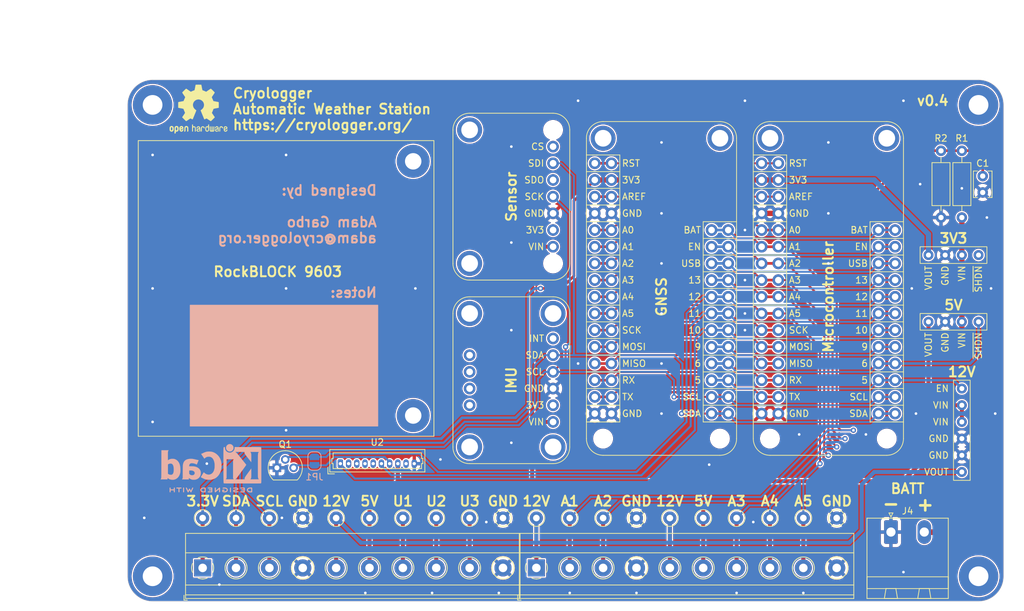
<source format=kicad_pcb>
(kicad_pcb (version 20221018) (generator pcbnew)
  (layers (0 "F.Cu" signal) (31 "B.Cu" signal) (34 "B.Paste" user) (35 "F.Paste" user) (36 "B.SilkS" user "B.Silkscreen") (37 "F.SilkS" user "F.Silkscreen") (38 "B.Mask" user) (39 "F.Mask" user) (44 "Edge.Cuts" user))
  (net 0 "")
  (net 1 "SCL")
  (net 2 "SDA")
  (net 4 "AREF")
  (net 5 "SCK")
  (net 6 "MOSI")
  (net 7 "MISO")
  (net 11 "EN")
  (net 12 "A1")
  (net 13 "USB")
  (net 14 "A0")
  (net 15 "A2")
  (net 16 "A3")
  (net 17 "GND")
  (net 18 "+BATT")
  (net 19 "D6")
  (net 20 "D13")
  (net 21 "D5")
  (net 22 "D12")
  (net 23 "D11")
  (net 24 "D10")
  (net 25 "D9")
  (net 26 "+5V")
  (net 27 "+3V3")
  (net 28 "A4")
  (net 29 "A5")
  (net 30 "U1")
  (net 31 "U2")
  (net 32 "U3")
  (net 33 "+12V")
  (net 38 "~{RESET}")
  (net 39 "RX")
  (net 40 "TX")
  (net 41 "VBAT")
  (net 48 "Net-(JP1-A)")
  (footprint "MountingHole:MountingHole_3mm_Pad" (layer "F.Cu") (at 91.44 60.96)
    (fp_text reference "H2" hide)
    (fp_text value "MountingHole_Pad")
  )
  (footprint "MountingHole:MountingHole_3mm_Pad" (layer "F.Cu") (at 217.17 132.715)
    (fp_text reference "H4" hide)
    (fp_text value "MountingHole_Pad")
  )
  (footprint "MountingHole:MountingHole_3mm_Pad" (layer "F.Cu") (at 217.17 60.96)
    (fp_text reference "H3" hide)
    (fp_text value "MountingHole_Pad")
  )
  (footprint "MountingHole:MountingHole_3mm_Pad" (layer "F.Cu") (at 91.44 132.715)
    (fp_text reference "H1" hide)
    (fp_text value "MountingHole_Pad")
  )
  (footprint "Cryologger:RockBLOCK_9603" (layer "F.Cu") (at 111.76 88.9)
    (fp_text reference "U1" hide)
    (fp_text value "RockBLOCK_Footprint")
  )
  (footprint "Connector_Phoenix_MSTB:PhoenixContact_MSTBA_2,5_2-G-5,08_1x02_P5.08mm_Horizontal" (layer "F.Cu") (at 203.835 125.984)
    (fp_text reference "J4")
    (fp_text value "Screw_Terminal_01x02")
  )
  (footprint "Capacitor_THT:C_Disc_D3.8mm_W2.6mm_P2.50mm" (layer "F.Cu") (at 217.805 71.795 -90)
    (fp_text reference "C1")
    (fp_text value "C")
  )
  (footprint "Resistor_THT:R_Axial_DIN0207_L6.3mm_D2.5mm_P10.16mm_Horizontal" (layer "F.Cu") (at 214.63 78.105 90)
    (fp_text reference "R1")
    (fp_text value "10M")
  )
  (footprint "Cryologger:Pololu_D36V6x" (layer "F.Cu") (at 213.36 95.25)
    (fp_text reference "U6" hide)
    (fp_text value "Pololu_D36V6x")
  )
  (footprint "TerminalBlock_Phoenix:TerminalBlock_Phoenix_MKDS-1,5-10-5.08_1x10_P5.08mm_Horizontal" (layer "F.Cu") (at 149.86 131.445)
    (fp_text reference "J3" hide)
    (fp_text value "Screw_Terminal_01x10")
  )
  (footprint "Cryologger:Adafruit_Feather_Header_Double" (layer "F.Cu") (at 194.31 88.9)
    (fp_text reference "A2" hide)
    (fp_text value "Adafruit_Feather_Generic")
  )
  (footprint "Package_TO_SOT_THT:TO-92" (layer "F.Cu") (at 110.363 116.205)
    (fp_text reference "Q1")
    (fp_text value "Q_NMOS_SGD")
  )
  (footprint "Resistor_THT:R_Axial_DIN0207_L6.3mm_D2.5mm_P10.16mm_Horizontal" (layer "F.Cu") (at 211.455 67.945 -90)
    (fp_text reference "R2")
    (fp_text value "1M")
  )
  (footprint "Symbol:OSHW-Logo2_9.8x8mm_SilkScreen" (layer "F.Cu") (at 98.425 61.595)
    (fp_text reference "REF**" hide)
    (fp_text value "OSHW-Logo2_9.8x8mm_SilkScreen" hide)
  )
  (footprint "Cryologger:Pin_1.0mm_10.0mm_1x20" (layer "F.Cu") (at 147.32 123.825)
    (fp_text reference "J1" hide)
    (fp_text value "Conn_01x20")
  )
  (footprint "Cryologger:Adafruit_BME280" (layer "F.Cu") (at 146.05 74.93)
    (fp_text reference "U3" hide)
    (fp_text value "Adafruit_BME280")
  )
  (footprint "Cryologger:Pololu_U3V40Fx" (layer "F.Cu") (at 214.63 110.49)
    (fp_text reference "U7" hide)
    (fp_text value "Pololu_U3V40Fx")
  )
  (footprint "Connector_Molex:Molex_PicoBlade_53047-1010_1x10_P1.25mm_Vertical" (layer "F.Cu") (at 120.0226 115.57)
    (fp_text reference "U2")
    (fp_text value "~")
  )
  (footprint "Cryologger:Adafruit_LSM303AGR" (layer "F.Cu") (at 146.05 102.87)
    (fp_text reference "U5" hide)
    (fp_text value "Adafruit_LSM303AGR")
  )
  (footprint "Cryologger:Pololu_D36V6x" (layer "F.Cu") (at 213.36 85.09)
    (fp_text reference "U4" hide)
    (fp_text value "Pololu_D36V6x")
  )
  (footprint "Cryologger:Adafruit_Feather_Header_Double" (layer "F.Cu") (at 168.91 88.9)
    (fp_text reference "A1" hide)
    (fp_text value "Adafruit_Feather_M0_Adalogger")
  )
  (footprint "TerminalBlock_Phoenix:TerminalBlock_Phoenix_MKDS-1,5-10-5.08_1x10_P5.08mm_Horizontal" (layer "F.Cu") (at 99.06 131.445)
    (fp_text reference "J2" hide)
    (fp_text value "Screw_Terminal_01x10")
  )
  (footprint "Jumper:SolderJumper-2_P1.3mm_Open_RoundedPad1.0x1.5mm" (layer "B.Cu") (at 116.078 115.174 90)
    (fp_text reference "JP1")
    (fp_text value "SolderJumper_2_Open")
  )
  (footprint "Symbol:KiCad-Logo2_6mm_SilkScreen" (layer "B.Cu") (at 100.33 115.57 180)
    (fp_text reference "REF**" hide)
    (fp_text value "KiCad-Logo2_6mm_SilkScreen" hide)
  )
  (gr_poly (pts (xy 125.73 109.855) (xy 97.155 109.855) (xy 97.155 91.44) (xy 125.73 91.44)) (stroke (width 0.1)) (fill solid) (layer "B.SilkS"))
  (gr_arc (start 220.98 132.715) (mid 219.864077 135.409077) (end 217.17 136.525) (stroke (width 0.05)) (layer "Edge.Cuts"))
  (gr_arc (start 87.63 60.96) (mid 88.745923 58.265923) (end 91.44 57.15) (stroke (width 0.05)) (layer "Edge.Cuts"))
  (gr_line (start 87.63 132.715) (end 87.63 60.96) (stroke (width 0.05)) (layer "Edge.Cuts"))
  (gr_arc (start 91.44 136.525) (mid 88.745923 135.409077) (end 87.63 132.715) (stroke (width 0.05)) (layer "Edge.Cuts"))
  (gr_line (start 220.98 60.96) (end 220.98 132.715) (stroke (width 0.05)) (layer "Edge.Cuts"))
  (gr_arc (start 217.17 57.15) (mid 219.864077 58.265923) (end 220.98 60.96) (stroke (width 0.05)) (layer "Edge.Cuts"))
  (gr_line (start 91.44 136.525) (end 217.17 136.525) (stroke (width 0.05)) (layer "Edge.Cuts"))
  (gr_line (start 91.44 57.15) (end 217.17 57.15) (stroke (width 0.05)) (layer "Edge.Cuts"))
  (gr_text "Designed by:\n\nAdam Garbo\nadam@cryologger.org\n\n\n" (at 125.73 80.01) (layer "B.SilkS") (effects (font (size 1.5 1.5) (thickness 0.3)) (justify left mirror)))
  (gr_text "Notes:" (at 125.73 89.535) (layer "B.SilkS") (effects (font (size 1.5 1.5) (thickness 0.3)) (justify left mirror)))
  (gr_text "IMU" (at 146.05 102.87 90) (layer "F.SilkS") (effects (font (size 1.5 1.5) (thickness 0.3))))
  (gr_text "3V3" (at 213.36 81.28) (layer "F.SilkS") (effects (font (size 1.5 1.5) (thickness 0.3))))
  (gr_text "5V" (at 213.36 91.44) (layer "F.SilkS") (effects (font (size 1.5 1.5) (thickness 0.3))))
  (gr_text "-" (at 203.835 121.92 180) (layer "F.SilkS") (effects (font (size 2 2) (thickness 0.4))))
  (gr_text "+" (at 208.915 121.92 90) (layer "F.SilkS") (effects (font (size 2 2) (thickness 0.4))))
  (gr_text "A2" (at 160.02 121.285) (layer "F.SilkS") (effects (font (size 1.5 1.5) (thickness 0.3))))
  (gr_text "A1" (at 154.94 121.285) (layer "F.SilkS") (effects (font (size 1.5 1.5) (thickness 0.3))))
  (gr_text "RockBLOCK 9603" (at 110.49 86.36) (layer "F.SilkS") (effects (font (size 1.5 1.5) (thickness 0.3))))
  (gr_text "GND" (at 165.1 121.285) (layer "F.SilkS") (effects (font (size 1.5 1.5) (thickness 0.3))))
  (gr_text "GND" (at 144.78 121.285) (layer "F.SilkS") (effects (font (size 1.5 1.5) (thickness 0.3))))
  (gr_text "12V" (at 119.38 121.285) (layer "F.SilkS") (effects (font (size 1.5 1.5) (thickness 0.3))))
  (gr_text "GND" (at 114.3 121.285) (layer "F.SilkS") (effects (font (size 1.5 1.5) (thickness 0.3))))
  (gr_text "U3" (at 139.7 121.285) (layer "F.SilkS") (effects (font (size 1.5 1.5) (thickness 0.3))))
  (gr_text "GND" (at 195.58 121.285) (layer "F.SilkS") (effects (font (size 1.5 1.5) (thickness 0.3))))
  (gr_text "Sensor" (at 146.05 74.93 90) (layer "F.SilkS") (effects (font (size 1.5 1.5) (thickness 0.3))))
  (gr_text "SDA" (at 104.14 121.285) (layer "F.SilkS") (effects (font (size 1.5 1.5) (thickness 0.3))))
  (gr_text "5V" (at 175.26 121.285) (layer "F.SilkS") (effects (font (size 1.5 1.5) (thickness 0.3))))
  (gr_text "A5" (at 190.5 121.285) (layer "F.SilkS") (effects (font (size 1.5 1.5) (thickness 0.3))))
  (gr_text "Microcontroller" (at 194.31 90.17 90) (layer "F.SilkS") (effects (font (size 1.5 1.5) (thickness 0.3))))
  (gr_text "A4" (at 185.42 121.285) (layer "F.SilkS") (effects (font (size 1.5 1.5) (thickness 0.3))))
  (gr_text "v0.4\n" (at 207.645 60.325) (layer "F.SilkS") (effects (font (size 1.5 1.5) (thickness 0.3)) (justify left)))
  (gr_text "U2" (at 134.62 121.285) (layer "F.SilkS") (effects (font (size 1.5 1.5) (thickness 0.3))))
  (gr_text "GNSS" (at 168.91 90.17 90) (layer "F.SilkS") (effects (font (size 1.5 1.5) (thickness 0.3))))
  (gr_text "BATT" (at 206.375 119.38) (layer "F.SilkS") (effects (font (size 1.5 1.5) (thickness 0.3))))
  (gr_text "Cryologger\nAutomatic Weather Station\nhttps://cryologger.org/\n" (at 103.505 61.595) (layer "F.SilkS") (effects (font (size 1.5 1.5) (thickness 0.3)) (justify left)))
  (gr_text "U1" (at 129.54 121.285) (layer "F.SilkS") (effects (font (size 1.5 1.5) (thickness 0.3))))
  (gr_text "12V" (at 170.18 121.285) (layer "F.SilkS") (effects (font (size 1.5 1.5) (thickness 0.3))))
  (gr_text "3.3V" (at 99.06 121.285) (layer "F.SilkS") (effects (font (size 1.5 1.5) (thickness 0.3))))
  (gr_text "5V" (at 124.46 121.285) (layer "F.SilkS") (effects (font (size 1.5 1.5) (thickness 0.3))))
  (gr_text "12V" (at 149.86 121.285) (layer "F.SilkS") (effects (font (size 1.5 1.5) (thickness 0.3))))
  (gr_text "A3" (at 180.34 121.285) (layer "F.SilkS") (effects (font (size 1.5 1.5) (thickness 0.3))))
  (gr_text "SCL\n" (at 109.22 121.285) (layer "F.SilkS") (effects (font (size 1.5 1.5) (thickness 0.3))))
  (gr_text "12V" (at 214.63 101.6) (layer "F.SilkS") (effects (font (size 1.5 1.5) (thickness 0.3))))
  (segment (start 154.305 99.695) (end 152.4 101.6) (width 0.3048) (layer "F.Cu") (net 1))
  (segment (start 109.22 131.421) (end 109.22 123.825) (width 0.6096) (layer "F.Cu") (net 1))
  (segment (start 176.53 105.41) (end 170.815 105.41) (width 0.3048) (layer "F.Cu") (net 1))
  (segment (start 154.305 97.79) (end 154.305 99.695) (width 0.3048) (layer "F.Cu") (net 1))
  (via (at 154.305 97.79) (size 0.8) (drill 0.4) (layers "F.Cu" "B.Cu") (net 1))
  (via (at 170.815 105.41) (size 0.8) (drill 0.4) (layers "F.Cu" "B.Cu") (net 1))
  (segment (start 135.81813 113.03) (end 139.12013 109.728) (width 0.3048) (layer "B.Cu") (net 1))
  (segment (start 170.815 102.87) (end 169.545 101.6) (width 0.3048) (layer "B.Cu") (net 1))
  (segment (start 204.47 105.41) (end 201.93 105.41) (width 0.4064) (layer "B.Cu") (net 1))
  (segment (start 180.34 106.68) (end 179.07 105.41) (width 0.3048) (layer "B.Cu") (net 1))
  (segment (start 139.12013 109.728) (end 147.193 109.728) (width 0.3048) (layer "B.Cu") (net 1))
  (segment (start 169.545 101.6) (end 152.4 101.6) (width 0.3048) (layer "B.Cu") (net 1))
  (segment (start 106.655634 113.03) (end 135.81813 113.03) (width 0.3048) (layer "B.Cu") (net 1))
  (segment (start 109.22 123.849) (end 104.762817 119.391817) (width 0.3048) (layer "B.Cu") (net 1))
  (segment (start 170.815 105.41) (end 170.815 102.87) (width 0.3048) (layer "B.Cu") (net 1))
  (segment (start 147.193 109.728) (end 150.114 106.807) (width 0.3048) (layer "B.Cu") (net 1))
  (segment (start 150.114 106.807) (end 150.114 102.616) (width 0.3048) (layer "B.Cu") (net 1))
  (segment (start 179.07 105.41) (end 176.53 105.41) (width 0.4064) (layer "B.Cu") (net 1))
  (segment (start 104.762817 114.922817) (end 106.655634 113.03) (width 0.3048) (layer "B.Cu") (net 1))
  (segment (start 154.94 77.47) (end 154.94 97.155) (width 0.3048) (layer "B.Cu") (net 1))
  (segment (start 200.66 106.68) (end 180.34 106.68) (width 0.3048) (layer "B.Cu") (net 1))
  (segment (start 154.94 97.155) (end 154.305 97.79) (width 0.3048) (layer "B.Cu") (net 1))
  (segment (start 104.762817 119.391817) (end 104.762817 114.922817) (width 0.3048) (layer "B.Cu") (net 1))
  (segment (start 152.4 74.93) (end 154.94 77.47) (width 0.3048) (layer "B.Cu") (net 1))
  (segment (start 151.13 101.6) (end 152.4 101.6) (width 0.3048) (layer "B.Cu") (net 1))
  (segment (start 150.114 102.616) (end 151.13 101.6) (width 0.3048) (layer "B.Cu") (net 1))
  (segment (start 201.93 105.41) (end 200.66 106.68) (width 0.3048) (layer "B.Cu") (net 1))
  (segment (start 176.53 107.95) (end 171.958 107.95) (width 0.3048) (layer "F.Cu") (net 2))
  (segment (start 104.14 123.825) (end 104.14 131.421) (width 0.6096) (layer "F.Cu") (net 2))
  (via (at 171.958 107.95) (size 0.8) (drill 0.4) (layers "F.Cu" "B.Cu") (net 2))
  (segment (start 149.606 106.449058) (end 149.606 100.584) (width 0.3048) (layer "B.Cu") (net 2))
  (segment (start 172.085 100.33) (end 172.085 107.823) (width 0.3048) (layer "B.Cu") (net 2))
  (segment (start 104.14 123.849) (end 104.14 114.831738) (width 0.3048) (layer "B.Cu") (net 2))
  (segment (start 180.361711 109.241711) (end 179.07 107.95) (width 0.3048) (layer "B.Cu") (net 2))
  (segment (start 149.606 100.584) (end 151.13 99.06) (width 0.3048) (layer "B.Cu") (net 2))
  (segment (start 200.638289 109.241711) (end 180.361711 109.241711) (width 0.3048) (layer "B.Cu") (net 2))
  (segment (start 179.07 107.95) (end 176.53 107.95) (width 0.4064) (layer "B.Cu") (net 2))
  (segment (start 152.4 69.85) (end 153.67 69.85) (width 0.25) (layer "B.Cu") (net 2))
  (segment (start 201.93 107.95) (end 200.638289 109.241711) (width 0.3048) (layer "B.Cu") (net 2))
  (segment (start 152.4 99.06) (end 170.815 99.06) (width 0.3048) (layer "B.Cu") (net 2))
  (segment (start 170.815 99.06) (end 172.085 100.33) (width 0.3048) (layer "B.Cu") (net 2))
  (segment (start 155.575 71.755) (end 155.575 99.06) (width 0.3048) (layer "B.Cu") (net 2))
  (segment (start 135.739914 112.395) (end 138.934916 109.199998) (width 0.3048) (layer "B.Cu") (net 2))
  (segment (start 138.934916 109.199998) (end 146.85506 109.199998) (width 0.3048) (layer "B.Cu") (net 2))
  (segment (start 204.47 107.95) (end 201.93 107.95) (width 0.4064) (layer "B.Cu") (net 2))
  (segment (start 153.67 69.85) (end 155.575 71.755) (width 0.25) (layer "B.Cu") (net 2))
  (segment (start 172.085 107.823) (end 171.958 107.95) (width 0.3048) (layer "B.Cu") (net 2))
  (segment (start 151.13 99.06) (end 152.4 99.06) (width 0.3048) (layer "B.Cu") (net 2))
  (segment (start 104.14 114.831738) (end 106.576738 112.395) (width 0.3048) (layer "B.Cu") (net 2))
  (segment (start 146.85506 109.199998) (end 149.606 106.449058) (width 0.3048) (layer "B.Cu") (net 2))
  (segment (start 106.576738 112.395) (end 135.739914 112.395) (width 0.3048) (layer "B.Cu") (net 2))
  (segment (start 158.75 74.93) (end 161.29 74.93) (width 0.4064) (layer "F.Cu") (net 4))
  (segment (start 184.15 74.93) (end 186.69 74.93) (width 0.3048) (layer "F.Cu") (net 4))
  (segment (start 161.29 74.93) (end 184.15 74.93) (width 0.3048) (layer "F.Cu") (net 4))
  (segment (start 162.56 93.98) (end 182.88 93.98) (width 0.3048) (layer "F.Cu") (net 5))
  (segment (start 158.75 95.25) (end 161.29 95.25) (width 0.4064) (layer "F.Cu") (net 5))
  (segment (start 161.29 95.25) (end 162.56 93.98) (width 0.3048) (layer "F.Cu") (net 5))
  (segment (start 184.15 95.25) (end 186.69 95.25) (width 0.4064) (layer "F.Cu") (net 5))
  (segment (start 182.88 93.98) (end 184.15 95.25) (width 0.3048) (layer "F.Cu") (net 5))
  (segment (start 158.75 97.79) (end 161.29 97.79) (width 0.4064) (layer "F.Cu") (net 6))
  (segment (start 184.15 97.79) (end 186.69 97.79) (width 0.4064) (layer "F.Cu") (net 6))
  (segment (start 161.29 97.79) (end 162.56 96.52) (width 0.3048) (layer "F.Cu") (net 6))
  (segment (start 182.88 96.52) (end 184.15 97.79) (width 0.3048) (layer "F.Cu") (net 6))
  (segment (start 162.56 96.52) (end 182.88 96.52) (width 0.3048) (layer "F.Cu") (net 6))
  (segment (start 162.56 99.06) (end 182.88 99.06) (width 0.3048) (layer "F.Cu") (net 7))
  (segment (start 184.15 100.33) (end 186.69 100.33) (width 0.4064) (layer "F.Cu") (net 7))
  (segment (start 161.29 100.33) (end 162.56 99.06) (width 0.3048) (layer "F.Cu") (net 7))
  (segment (start 158.75 100.33) (end 161.29 100.33) (width 0.4064) (layer "F.Cu") (net 7))
  (segment (start 182.88 99.06) (end 184.15 100.33) (width 0.3048) (layer "F.Cu") (net 7))
  (segment (start 204.47 82.55) (end 201.93 82.55) (width 0.4064) (layer "B.Cu") (net 11))
  (segment (start 180.34 83.82) (end 179.07 82.55) (width 0.3048) (layer "B.Cu") (net 11))
  (segment (start 200.66 83.82) (end 180.34 83.82) (width 0.3048) (layer "B.Cu") (net 11))
  (segment (start 201.93 82.55) (end 200.66 83.82) (width 0.3048) (layer "B.Cu") (net 11))
  (segment (start 179.07 82.55) (end 176.53 82.55) (width 0.4064) (layer "B.Cu") (net 11))
  (segment (start 187.96 82.55) (end 195.58 90.17) (width 0.3048) (layer "F.Cu") (net 12))
  (segment (start 162.56 81.28) (end 182.88 81.28) (width 0.3048) (layer "F.Cu") (net 12))
  (segment (start 186.69 82.55) (end 187.96 82.55) (width 0.3048) (layer "F.Cu") (net 12))
  (segment (start 154.94 131.421) (end 154.94 123.825) (width 0.6096) (layer "F.Cu") (net 12))
  (segment (start 182.88 81.28) (end 184.15 82.55) (width 0.3048) (layer "F.Cu") (net 12))
  (segment (start 161.29 82.55) (end 162.56 81.28) (width 0.3048) (layer "F.Cu") (net 12))
  (segment (start 195.58 109.855) (end 196.215 110.49) (width 0.3048) (layer "F.Cu") (net 12))
  (segment (start 195.58 90.17) (end 195.58 109.855) (width 0.3048) (layer "F.Cu") (net 12))
  (segment (start 184.15 82.55) (end 186.69 82.55) (width 0.4064) (layer "F.Cu") (net 12))
  (segment (start 196.215 110.49) (end 198.12 110.49) (width 0.3048) (layer "F.Cu") (net 12))
  (segment (start 158.75 82.55) (end 161.29 82.55) (width 0.4064) (layer "F.Cu") (net 12))
  (via (at 198.12 110.49) (size 0.8) (drill 0.4) (layers "F.Cu" "B.Cu") (net 12))
  (segment (start 154.94 123.849) (end 158.139 120.65) (width 0.3048) (layer "B.Cu") (net 12))
  (segment (start 158.139 120.65) (end 184.071784 120.65) (width 0.3048) (layer "B.Cu") (net 12))
  (segment (start 194.231784 110.49) (end 184.071784 120.65) (width 0.3048) (layer "B.Cu") (net 12))
  (segment (start 198.12 110.49) (end 194.231784 110.49) (width 0.3048) (layer "B.Cu") (net 12))
  (segment (start 204.47 85.09) (end 201.93 85.09) (width 0.4064) (layer "B.Cu") (net 13))
  (segment (start 180.34 86.36) (end 179.07 85.09) (width 0.3048) (layer "B.Cu") (net 13))
  (segment (start 200.66 86.36) (end 180.34 86.36) (width 0.3048) (layer "B.Cu") (net 13))
  (segment (start 201.93 85.09) (end 200.66 86.36) (width 0.3048) (layer "B.Cu") (net 13))
  (segment (start 179.07 85.09) (end 176.53 85.09) (width 0.4064) (layer "B.Cu") (net 13))
  (segment (start 214.63 67.925) (end 215.88 67.925) (width 0.4064) (layer "F.Cu") (net 14))
  (segment (start 211.455 67.925) (end 214.63 67.925) (width 0.4064) (layer "F.Cu") (net 14))
  (segment (start 184.15 80.01) (end 186.69 80.01) (width 0.4064) (layer "F.Cu") (net 14))
  (segment (start 158.75 80.01) (end 161.29 80.01) (width 0.4064) (layer "F.Cu") (net 14))
  (segment (start 217.805 69.85) (end 217.805 71.775) (width 0.4064) (layer "F.Cu") (net 14))
  (segment (start 186.69 80.01) (end 195.58 80.01) (width 0.4064) (layer "F.Cu") (net 14))
  (segment (start 162.56 78.74) (end 182.88 78.74) (width 0.3048) (layer "F.Cu") (net 14))
  (segment (start 207.645 67.945) (end 207.665 67.925) (width 0.4064) (layer "F.Cu") (net 14))
  (segment (start 161.29 80.01) (end 162.56 78.74) (width 0.3048) (layer "F.Cu") (net 14))
  (segment (start 182.88 78.74) (end 184.15 80.01) (width 0.3048) (layer "F.Cu") (net 14))
  (segment (start 195.58 80.01) (end 207.645 67.945) (width 0.4064) (layer "F.Cu") (net 14))
  (segment (start 207.665 67.925) (end 211.455 67.925) (width 0.4064) (layer "F.Cu") (net 14))
  (segment (start 215.88 67.925) (end 217.805 69.85) (width 0.4064) (layer "F.Cu") (net 14))
  (segment (start 184.15 85.09) (end 186.69 85.09) (width 0.4064) (layer "F.Cu") (net 15))
  (segment (start 196.215 111.76) (end 196.85 111.76) (width 0.3048) (layer "F.Cu") (net 15))
  (segment (start 158.75 85.09) (end 161.29 85.09) (width 0.4064) (layer "F.Cu") (net 15))
  (segment (start 194.945 110.49) (end 196.215 111.76) (width 0.3048) (layer "F.Cu") (net 15))
  (segment (start 186.69 85.09) (end 187.96 85.09) (width 0.3048) (layer "F.Cu") (net 15))
  (segment (start 182.88 83.82) (end 184.15 85.09) (width 0.3048) (layer "F.Cu") (net 15))
  (segment (start 194.945 92.075) (end 194.945 110.49) (width 0.3048) (layer "F.Cu") (net 15))
  (segment (start 162.56 83.82) (end 182.88 83.82) (width 0.3048) (layer "F.Cu") (net 15))
  (segment (start 160.02 123.825) (end 160.02 131.421) (width 0.6096) (layer "F.Cu") (net 15))
  (segment (start 187.96 85.09) (end 194.945 92.075) (width 0.3048) (layer "F.Cu") (net 15))
  (segment (start 161.29 85.09) (end 162.56 83.82) (width 0.3048) (layer "F.Cu") (net 15))
  (via (at 196.85 111.76) (size 0.8) (drill 0.4) (layers "F.Cu" "B.Cu") (net 15))
  (segment (start 162.584 121.285) (end 184.404 121.285) (width 0.3048) (layer "B.Cu") (net 15))
  (segment (start 193.929 111.76) (end 184.404 121.285) (width 0.3048) (layer "B.Cu") (net 15))
  (segment (start 196.85 111.76) (end 193.929 111.76) (width 0.3048) (layer "B.Cu") (net 15))
  (segment (start 160.02 123.849) (end 162.584 121.285) (width 0.3048) (layer "B.Cu") (net 15))
  (segment (start 184.15 87.63) (end 186.69 87.63) (width 0.4064) (layer "F.Cu") (net 16))
  (segment (start 180.34 123.825) (end 180.34 131.421) (width 0.6096) (layer "F.Cu") (net 16))
  (segment (start 158.75 87.63) (end 161.29 87.63) (width 0.4064) (layer "F.Cu") (net 16))
  (segment (start 182.88 86.36) (end 184.15 87.63) (width 0.3048) (layer "F.Cu") (net 16))
  (segment (start 194.31 93.98) (end 194.31 111.76) (width 0.3048) (layer "F.Cu") (net 16))
  (segment (start 187.96 87.63) (end 194.31 93.98) (width 0.3048) (layer "F.Cu") (net 16))
  (segment (start 162.56 86.36) (end 182.88 86.36) (width 0.3048) (layer "F.Cu") (net 16))
  (segment (start 194.31 111.76) (end 195.58 113.03) (width 0.3048) (layer "F.Cu") (net 16))
  (segment (start 161.29 87.63) (end 162.56 86.36) (width 0.3048) (layer "F.Cu") (net 16))
  (segment (start 186.69 87.63) (end 187.96 87.63) (width 0.3048) (layer "F.Cu") (net 16))
  (via (at 195.58 113.03) (size 0.8) (drill 0.4) (layers "F.Cu" "B.Cu") (net 16))
  (segment (start 193.675 113.03) (end 184.785 121.92) (width 0.3048) (layer "B.Cu") (net 16))
  (segment (start 180.34 123.849) (end 182.269 121.92) (width 0.3048) (layer "B.Cu") (net 16))
  (segment (start 182.269 121.92) (end 184.785 121.92) (width 0.3048) (layer "B.Cu") (net 16))
  (segment (start 195.58 113.03) (end 193.675 113.03) (width 0.3048) (layer "B.Cu") (net 16))
  (segment (start 184.15 77.47) (end 186.69 77.47) (width 0.8128) (layer "F.Cu") (net 17))
  (via (at 111.76 68.58) (size 0.8) (drill 0.4) (layers "F.Cu" "B.Cu") (net 17))
  (via (at 181.61 87.63) (size 0.8) (drill 0.4) (layers "F.Cu" "B.Cu") (net 17))
  (via (at 144.145 135.255) (size 0.8) (drill 0.4) (layers "F.Cu" "B.Cu") (net 17))
  (via (at 131.445 88.9) (size 0.8) (drill 0.4) (layers "F.Cu" "B.Cu") (net 17))
  (via (at 146.05 81.915) (size 0.8) (drill 0.4) (layers "F.Cu" "B.Cu") (net 17))
  (via (at 181.61 60.325) (size 0.8) (drill 0.4) (layers "F.Cu" "B.Cu") (net 17))
  (via (at 168.91 77.47) (size 0.8) (drill 0.4) (layers "F.Cu" "B.Cu") (net 17))
  (via (at 111.76 110.49) (size 0.8) (drill 0.4) (layers "F.Cu" "B.Cu") (net 17))
  (via (at 207.01 88.9) (size 0.8) (drill 0.4) (layers "F.Cu" "B.Cu") (net 17))
  (via (at 99.695 115.57) (size 0.8) (drill 0.4) (layers "F.Cu" "B.Cu") (net 17))
  (via (at 168.91 100.33) (size 0.8) (drill 0.4) (layers "F.Cu" "B.Cu") (net 17))
  (via (at 165.1 135.255) (size 0.8) (drill 0.4) (layers "F.Cu" "B.Cu") (net 17))
  (via (at 142.24 124.46) (size 0.8) (drill 0.4) (layers "F.Cu" "B.Cu") (net 17))
  (via (at 200.025 111.125) (size 0.8) (drill 0.4) (layers "F.Cu" "B.Cu") (net 17))
  (via (at 123.825 135.255) (size 0.8) (drill 0.4) (layers "F.Cu" "B.Cu") (net 17))
  (via (at 91.44 68.58) (size 0.8) (drill 0.4) (layers "F.Cu" "B.Cu") (net 17))
  (via (at 208.28 73.025) (size 0.8) (drill 0.4) (layers "F.Cu" "B.Cu") (net 17))
  (via (at 168.91 107.95) (size 0.8) (drill 0.4) (layers "F.Cu" "B.Cu") (net 17))
  (via (at 176.167624 115.725724) (size 0.8) (drill 0.4) (layers "F.Cu" "B.Cu") (net 17))
  (via (at 205.74 132.08) (size 0.8) (drill 0.4) (layers "F.Cu" "B.Cu") (net 17))
  (via (at 189.865 111.125) (size 0.8) (drill 0.4) (layers "F.Cu" "B.Cu") (net 17))
  (via (at 156.21 60.325) (size 0.8) (drill 0.4) (layers "F.Cu" "B.Cu") (net 17))
  (via (at 218.44 78.105) (size 0.8) (drill 0.4) (layers "F.Cu" "B.Cu") (net 17))
  (via (at 168.91 92.71) (size 0.8) (drill 0.4) (layers "F.Cu" "B.Cu") (net 17))
  (via (at 135.255 114.935) (size 0.8) (drill 0.4) (layers "F.Cu" "B.Cu") (net 17))
  (via (at 219.075 88.9) (size 0.8) (drill 0.4) (layers "F.Cu" "B.Cu") (net 17))
  (via (at 181.61 92.71) (size 0.8) (drill 0.4) (layers "F.Cu" "B.Cu") (net 17))
  (via (at 190.5 135.255) (size 0.8) (drill 0.4) (layers "F.Cu" "B.Cu") (net 17))
  (via (at 194.31 85.09) (size 0.8) (drill 0.4) (layers "F.Cu" "B.Cu") (net 17))
  (via (at 133.985 135.255) (size 0.8) (drill 0.4) (layers "F.Cu" "B.Cu") (net 17))
  (via (at 181.61 80.01) (size 0.8) (drill 0.4) (layers "F.Cu" "B.Cu") (net 17))
  (via (at 214.63 73.66) (size 0.8) (drill 0.4) (layers "F.Cu" "B.Cu") (net 17))
  (via (at 156.21 100.33) (size 0.8) (drill 0.4) (layers "F.Cu" "B.Cu") (net 17))
  (via (at 90.17 123.825) (size 0.8) (drill 0.4) (layers "F.Cu" "B.Cu") (net 17))
  (via (at 219.71 107.95) (size 0.8) (drill 0.4) (layers "F.Cu" "B.Cu") (net 17))
  (via (at 205.74 60.325) (size 0.8) (drill 0.4) (layers "F.Cu" "B.Cu") (net 17))
  (via (at 101.6 133.985) (size 0.8) (drill 0.4) (layers "F.Cu" "B.Cu") (net 17))
  (via (at 207.645 107.95) (size 0.8) (drill 0.4) (layers "F.Cu" "B.Cu") (net 17))
  (via (at 91.44 88.9) (size 0.8) (drill 0.4) (layers "F.Cu" "B.Cu") (net 17))
  (via (at 180.34 135.255) (size 0.8) (drill 0.4) (layers "F.Cu" "B.Cu") (net 17))
  (via (at 111.125 123.825) (size 0.8) (drill 0.4) (layers "F.Cu" "B.Cu") (net 17))
  (via (at 168.91 85.09) (size 0.8) (drill 0.4) (layers "F.Cu" "B.Cu") (net 17))
  (via (at 182.88 124.46) (size 0.8) (drill 0.4) (layers "F.Cu" "B.Cu") (net 17))
  (via (at 111.76 88.9) (size 0.8) (drill 0.4) (layers "F.Cu" "B.Cu") (net 17))
  (via (at 181.61 95.25) (size 0.8) (drill 0.4) (layers "F.Cu" "B.Cu") (net 17))
  (via (at 194.31 66.675) (size 0.8) (drill 0.4) (layers "F.Cu" "B.Cu") (net 17))
  (via (at 146.05 112.395) (size 0.8) (drill 0.4) (layers "F.Cu" "B.Cu") (net 17))
  (via (at 146.05 95.25) (size 0.8) (drill 0.4) (layers "F.Cu" "B.Cu") (net 17))
  (via (at 194.31 77.47) (size 0.8) (drill 0.4) (layers "F.Cu" "B.Cu") (net 17))
  (via (at 154.94 135.255) (size 0.8) (drill 0.4) (layers "F.Cu" "B.Cu") (net 17))
  (via (at 91.44 109.22) (size 0.8) (drill 0.4) (layers "F.Cu" "B.Cu") (net 17))
  (via (at 146.05 67.31) (size 0.8) (drill 0.4) (layers "F.Cu" "B.Cu") (net 17))
  (via (at 154.94 121.92) (size 0.8) (drill 0.4) (layers "F.Cu" "B.Cu") (net 17))
  (via (at 168.91 66.675) (size 0.8) (drill 0.4) (layers "F.Cu" "B.Cu") (net 17))
  (segment (start 214.63 96.52) (end 218.44 100.33) (width 0.8128) (layer "F.Cu") (net 18))
  (segment (start 214.63 83.82) (end 214.63 93.98) (width 0.8128) (layer "F.Cu") (net 18))
  (segment (start 214.6625 124.4925) (end 218.44 120.715) (width 0.8128) (layer "F.Cu") (net 18))
  (segment (start 214.6625 124.4925) (end 213.171 125.984) (width 0.8128) (layer "F.Cu") (net 18))
  (segment (start 213.171 125.984) (end 208.915 125.984) (width 0.8128) (layer "F.Cu") (net 18))
  (segment (start 214.63 93.98) (end 214.63 96.52) (width 0.8128) (layer "F.Cu") (net 18))
  (segment (start 218.44 100.33) (end 218.44 120.715) (width 0.8128) (layer "F.Cu") (net 18))
  (segment (start 213.1385 126.0165) (end 208.915 126.0165) (width 0.8128) (layer "F.Cu") (net 18))
  (segment (start 213.1385 126.0165) (end 214.6625 124.4925) (width 0.8128) (layer "F.Cu") (net 18))
  (segment (start 214.63 83.82) (end 214.63 78.085) (width 0.8128) (layer "F.Cu") (net 18))
  (segment (start 200.66 101.6) (end 180.34 101.6) (width 0.3048) (layer "B.Cu") (net 19))
  (segment (start 179.07 100.33) (end 176.53 100.33) (width 0.4064) (layer "B.Cu") (net 19))
  (segment (start 204.47 100.33) (end 215.9 100.33) (width 0.4064) (layer "B.Cu") (net 19))
  (segment (start 217.17 99.06) (end 217.17 93.98) (width 0.4064) (layer "B.Cu") (net 19))
  (segment (start 215.9 100.33) (end 217.17 99.06) (width 0.4064) (layer "B.Cu") (net 19))
  (segment (start 201.93 100.33) (end 200.66 101.6) (width 0.3048) (layer "B.Cu") (net 19))
  (segment (start 180.34 101.6) (end 179.07 100.33) (width 0.3048) (layer "B.Cu") (net 19))
  (segment (start 204.47 100.33) (end 201.93 100.33) (width 0.4064) (layer "B.Cu") (net 19))
  (segment (start 204.47 87.63) (end 201.93 87.63) (width 0.4064) (layer "B.Cu") (net 20))
  (segment (start 180.34 88.9) (end 179.07 87.63) (width 0.3048) (layer "B.Cu") (net 20))
  (segment (start 200.66 88.9) (end 180.34 88.9) (width 0.3048) (layer "B.Cu") (net 20))
  (segment (start 201.93 87.63) (end 200.66 88.9) (width 0.3048) (layer "B.Cu") (net 20))
  (segment (start 179.07 87.63) (end 176.53 87.63) (width 0.4064) (layer "B.Cu") (net 20))
  (segment (start 213.36 102.87) (end 204.47 102.87) (width 0.4064) (layer "B.Cu") (net 21))
  (segment (start 201.93 102.87) (end 200.66 104.14) (width 0.3048) (layer "B.Cu") (net 21))
  (segment (start 204.47 102.87) (end 201.93 102.87) (width 0.4064) (layer "B.Cu") (net 21))
  (segment (start 180.34 104.14) (end 179.07 102.87) (width 0.3048) (layer "B.Cu") (net 21))
  (segment (start 179.07 102.87) (end 176.53 102.87) (width 0.4064) (layer "B.Cu") (net 21))
  (segment (start 213.36 102.87) (end 214.63 104.14) (width 0.4064) (layer "B.Cu") (net 21))
  (segment (start 200.66 104.14) (end 180.34 104.14) (width 0.3048) (layer "B.Cu") (net 21))
  (segment (start 175.26 90.17) (end 176.53 90.17) (width 0.3048) (layer "B.Cu") (net 22))
  (segment (start 165.1 116.84) (end 172.72 109.22) (width 0.3048) (layer "B.Cu") (net 22))
  (segment (start 179.07 90.17) (end 176.53 90.17) (width 0.4064) (layer "B.Cu") (net 22))
  (segment (start 117.8728 114.554) (end 118.364 114.0628) (width 0.3048) (layer "B.Cu") (net 22))
  (segment (start 172.72 92.71) (end 175.26 90.17) (width 0.3048) (layer "B.Cu") (net 22))
  (segment (start 116.048 114.554) (end 112.014 114.554) (width 0.3048) (layer "B.Cu") (net 22))
  (segment (start 201.93 90.17) (end 200.66 91.44) (width 0.3048) (layer "B.Cu") (net 22))
  (segment (start 204.47 90.17) (end 201.93 90.17) (width 0.4064) (layer "B.Cu") (net 22))
  (segment (start 132.0968 114.0628) (end 134.874 116.84) (width 0.3048) (layer "B.Cu") (net 22))
  (segment (start 172.72 109.22) (end 172.72 92.71) (width 0.3048) (layer "B.Cu") (net 22))
  (segment (start 180.34 91.44) (end 179.07 90.17) (width 0.3048) (layer "B.Cu") (net 22))
  (segment (start 200.66 91.44) (end 180.34 91.44) (width 0.3048) (layer "B.Cu") (net 22))
  (segment (start 116.108 114.554) (end 117.8728 114.554) (width 0.3048) (layer "B.Cu") (net 22))
  (segment (start 112.014 114.554) (end 111.633 114.935) (width 0.3048) (layer "B.Cu") (net 22))
  (segment (start 118.364 114.0628) (end 132.0968 114.0628) (width 0.3048) (layer "B.Cu") (net 22))
  (segment (start 134.874 116.84) (end 165.1 116.84) (width 0.3048) (layer "B.Cu") (net 22))
  (segment (start 204.47 92.71) (end 201.93 92.71) (width 0.4064) (layer "B.Cu") (net 23))
  (segment (start 173.355 109.855) (end 173.355 94.615) (width 0.3048) (layer "B.Cu") (net 23))
  (segment (start 126.265 115.82) (end 127.78932 117.34432) (width 0.3048) (layer "B.Cu") (net 23))
  (segment (start 200.66 93.98) (end 201.93 92.71) (width 0.3048) (layer "B.Cu") (net 23))
  (segment (start 127.78932 117.34432) (end 165.86568 117.34432) (width 0.3048) (layer "B.Cu") (net 23))
  (segment (start 180.34 93.98) (end 200.66 93.98) (width 0.3048) (layer "B.Cu") (net 23))
  (segment (start 179.07 92.71) (end 180.34 93.98) (width 0.3048) (layer "B.Cu") (net 23))
  (segment (start 179.07 92.71) (end 176.53 92.71) (width 0.4064) (layer "B.Cu") (net 23))
  (segment (start 175.26 92.71) (end 176.53 92.71) (width 0.3048) (layer "B.Cu") (net 23))
  (segment (start 173.355 94.615) (end 175.26 92.71) (width 0.3048) (layer "B.Cu") (net 23))
  (segment (start 165.86568 117.34432) (end 173.355 109.855) (width 0.3048) (layer "B.Cu") (net 23))
  (segment (start 200.66 96.52) (end 180.34 96.52) (width 0.3048) (layer "B.Cu") (net 24))
  (segment (start 120.015 115.633375) (end 122.230265 117.84864) (width 0.3048) (layer "B.Cu") (net 24))
  (segment (start 180.34 96.52) (end 179.07 95.25) (width 0.3048) (layer "B.Cu") (net 24))
  (segment (start 204.47 95.25) (end 201.93 95.25) (width 0.4064) (layer "B.Cu") (net 24))
  (segment (start 166.63136 117.84864) (end 173.99 110.49) (width 0.3048) (layer "B.Cu") (net 24))
  (segment (start 173.99 96.52) (end 175.26 95.25) (width 0.3048) (layer "B.Cu") (net 24))
  (segment (start 179.07 95.25) (end 176.53 95.25) (width 0.4064) (layer "B.Cu") (net 24))
  (segment (start 201.93 95.25) (end 200.66 96.52) (width 0.3048) (layer "B.Cu") (net 24))
  (segment (start 175.26 95.25) (end 176.53 95.25) (width 0.3048) (layer "B.Cu") (net 24))
  (segment (start 122.230265 117.84864) (end 166.63136 117.84864) (width 0.3048) (layer "B.Cu") (net 24))
  (segment (start 173.99 110.49) (end 173.99 96.52) (width 0.3048) (layer "B.Cu") (net 24))
  (segment (start 179.07 97.79) (end 176.53 97.79) (width 0.4064) (layer "B.Cu") (net 25))
  (segment (start 200.66 99.06) (end 180.34 99.06) (width 0.3048) (layer "B.Cu") (net 25))
  (segment (start 201.93 97.79) (end 200.66 99.06) (width 0.3048) (layer "B.Cu") (net 25))
  (segment (start 180.34 99.06) (end 179.07 97.79) (width 0.3048) (layer "B.Cu") (net 25))
  (segment (start 204.47 97.79) (end 201.93 97.79) (width 0.4064) (layer "B.Cu") (net 25))
  (segment (start 149.085 118.25) (end 175.12 118.25) (width 0.6096) (layer "F.Cu") (net 26))
  (segment (start 175.26 123.849) (end 175.26 118.39) (width 0.6096) (layer "F.Cu") (net 26))
  (segment (start 175.26 131.421) (end 175.26 123.825) (width 0.6096) (layer "F.Cu") (net 26))
  (segment (start 124.46 122.555) (end 128.765 118.25) (width 0.6096) (layer "F.Cu") (net 26))
  (segment (start 209.55 106.68) (end 214.63 106.68) (width 0.6096) (layer "F.Cu") (net 26))
  (segment (start 149.225 109.22) (end 149.225 84.467765) (width 0.6096) (layer "F.Cu") (net 26))
  (segment (start 128.7726 118.2424) (end 128.7726 115.57) (width 0.6096) (layer "F.Cu") (net 26))
  (segment (start 128.765 118.25) (end 128.765 115.57) (width 0.6096) (layer "F.Cu") (net 26))
  (segment (start 209.55 114.3) (end 209.55 93.98) (width 0.6096) (layer "F.Cu") (net 26))
  (segment (start 128.765 118.25) (end 128.7726 118.2424) (width 0.6096) (layer "F.Cu") (net 26))
  (segment (start 175.12 118.25) (end 205.6 118.25) (width 0.6096) (layer "F.Cu") (net 26))
  (segment (start 149.225 109.22) (end 149.225 118.11) (width 0.6096) (layer "F.Cu") (net 26))
  (segment (start 151.142765 82.55) (end 152.4 82.55) (width 0.6096) (layer "F.Cu") (net 26))
  (segment (start 209.55 114.3) (end 205.6 118.25) (width 0.6096) (layer "F.Cu") (net 26))
  (segment (start 149.225 118.11) (end 149.085 118.25) (width 0.6096) (layer "F.Cu") (net 26))
  (segment (start 149.225 109.22) (end 152.4 109.22) (width 0.6096) (layer "F.Cu") (net 26))
  (segment (start 124.46 131.421) (end 124.46 123.825) (width 0.6096) (layer "F.Cu") (net 26))
  (segment (start 175.26 118.39) (end 175.12 118.25) (width 0.6096) (layer "F.Cu") (net 26))
  (segment (start 124.46 123.849) (end 124.46 122.555) (width 0.6096) (layer "F.Cu") (net 26))
  (segment (start 214.63 106.68) (end 214.63 109.22) (width 0.6096) (layer "F.Cu") (net 26))
  (segment (start 128.765 118.25) (end 149.085 118.25) (width 0.6096) (layer "F.Cu") (net 26))
  (segment (start 149.225 84.467765) (end 151.142765 82.55) (width 0.6096) (layer "F.Cu") (net 26))
  (segment (start 161.29 72.39) (end 158.75 72.39) (width 0.8128) (layer "F.Cu") (net 27))
  (segment (start 155.575 86.995) (end 153.67 88.9) (width 0.4064) (layer "F.Cu") (net 27))
  (segment (start 158.75 72.39) (end 155.575 75.565) (width 0.4064) (layer "F.Cu") (net 27))
  (segment (start 184.15 72.39) (end 186.69 72.39) (width 0.8128) (layer "F.Cu") (net 27))
  (segment (start 184.15 72.39) (end 161.29 72.39) (width 0.8128) (layer "F.Cu") (net 27))
  (segment (start 153.67 88.9) (end 150.495 88.9) (width 0.4064) (layer "F.Cu") (net 27))
  (segment (start 99.06 131.421) (end 99.06 123.825) (width 0.6096) (layer "F.Cu") (net 27))
  (segment (start 155.575 75.565) (end 155.575 86.995) (width 0.4064) (layer "F.Cu") (net 27))
  (via (at 150.495 88.9) (size 0.8) (drill 0.4) (layers "F.Cu" "B.Cu") (net 27))
  (segment (start 148.59 106.68) (end 148.59 89.916) (width 0.4064) (layer "B.Cu") (net 27))
  (segment (start 135.382 111.76) (end 138.557 108.585) (width 0.4064) (layer "B.Cu") (net 27))
  (segment (start 148.59 89.916) (end 149.606 88.9) (width 0.4064) (layer "B.Cu") (net 27))
  (segment (start 106.426 111.76) (end 135.382 111.76) (width 0.4064) (layer "B.Cu") (net 27))
  (segment (start 149.606 88.9) (end 150.495 88.9) (width 0.4064) (layer "B.Cu") (net 27))
  (segment (start 209.55 80.645) (end 201.295 72.39) (width 0.8128) (layer "B.Cu") (net 27))
  (segment (start 209.55 83.82) (end 209.55 80.645) (width 0.8128) (layer "B.Cu") (net 27))
  (segment (start 138.557 108.585) (end 146.685 108.585) (width 0.4064) (layer "B.Cu") (net 27))
  (segment (start 99.06 123.849) (end 99.06 119.126) (width 0.4064) (layer "B.Cu") (net 27))
  (segment (start 146.685 108.585) (end 148.59 106.68) (width 0.4064) (layer "B.Cu") (net 27))
  (segment (start 99.06 119.126) (end 106.426 111.76) (width 0.4064) (layer "B.Cu") (net 27))
  (segment (start 186.69 72.39) (end 201.295 72.39) (width 0.8128) (layer "B.Cu") (net 27))
  (segment (start 162.56 88.9) (end 182.88 88.9) (width 0.3048) (layer "F.Cu") (net 28))
  (segment (start 184.15 90.17) (end 186.69 90.17) (width 0.4064) (layer "F.Cu") (net 28))
  (segment (start 161.29 90.17) (end 162.56 88.9) (width 0.3048) (layer "F.Cu") (net 28))
  (segment (start 187.96 90.17) (end 193.675 95.885) (width 0.3048) (layer "F.Cu") (net 28))
  (segment (start 186.69 90.17) (end 187.96 90.17) (width 0.3048) (layer "F.Cu") (net 28))
  (segment (start 193.675 95.885) (end 193.675 113.665) (width 0.3048) (layer "F.Cu") (net 28))
  (segment (start 193.675 113.665) (end 194.31 114.3) (width 0.3048) (layer "F.Cu") (net 28))
  (segment (start 182.88 88.9) (end 184.15 90.17) (width 0.3048) (layer "F.Cu") (net 28))
  (segment (start 185.42 131.421) (end 185.42 123.825) (width 0.6096) (layer "F.Cu") (net 28))
  (segment (start 158.75 90.17) (end 161.29 90.17) (width 0.4064) (layer "F.Cu") (net 28))
  (via (at 194.31 114.3) (size 0.8) (drill 0.4) (layers "F.Cu" "B.Cu") (net 28))
  (segment (start 185.42 124.484) (end 185.42 122.126636) (width 0.3048) (layer "B.Cu") (net 28))
  (segment (start 193.246636 114.3) (end 194.31 114.3) (width 0.3048) (layer "B.Cu") (net 28))
  (segment (start 185.42 122.126636) (end 193.246636 114.3) (width 0.3048) (layer "B.Cu") (net 28))
  (segment (start 161.29 92.71) (end 162.56 91.44) (width 0.3048) (layer "F.Cu") (net 29))
  (segment (start 158.75 92.71) (end 161.29 92.71) (width 0.4064) (layer "F.Cu") (net 29))
  (segment (start 184.15 92.71) (end 186.69 92.71) (width 0.4064) (layer "F.Cu") (net 29))
  (segment (start 193.04 97.79) (end 193.04 115.57) (width 0.3048) (layer "F.Cu") (net 29))
  (segment (start 187.96 92.71) (end 193.04 97.79) (width 0.3048) (layer "F.Cu") (net 29))
  (segment (start 186.69 92.71) (end 187.96 92.71) (width 0.3048) (layer "F.Cu") (net 29))
  (segment (start 182.88 91.44) (end 184.15 92.71) (width 0.3048) (layer "F.Cu") (net 29))
  (segment (start 162.56 91.44) (end 182.88 91.44) (width 0.3048) (layer "F.Cu") (net 29))
  (segment (start 190.5 131.421) (end 190.5 123.825) (width 0.6096) (layer "F.Cu") (net 29))
  (via (at 193.04 115.57) (size 0.8) (drill 0.4) (layers "F.Cu" "B.Cu") (net 29))
  (segment (start 190.5 118.11) (end 190.5 124.484) (width 0.3048) (layer "B.Cu") (net 29))
  (segment (start 193.04 115.57) (end 190.5 118.11) (width 0.3048) (layer "B.Cu") (net 29))
  (segment (start 129.54 123.825) (end 129.54 131.421) (width 0.6096) (layer "F.Cu") (net 30))
  (segment (start 134.62 131.421) (end 134.62 123.825) (width 0.6096) (layer "F.Cu") (net 31))
  (segment (start 139.7 131.421) (end 139.7 123.825) (width 0.6096) (layer "F.Cu") (net 32))
  (segment (start 149.86 123.825) (end 149.86 131.421) (width 0.6096) (layer "F.Cu") (net 33))
  (segment (start 119.38 123.825) (end 119.38 131.421) (width 0.6096) (layer "F.Cu") (net 33))
  (segment (start 170.18 124.484) (end 170.18 132.08) (width 0.6096) (layer "F.Cu") (net 33))
  (segment (start 149.86 127.611) (end 123.166 127.611) (width 0.6096) (layer "B.Cu") (net 33))
  (segment (start 197.485 127.611) (end 170.18 127.611) (width 0.6096) (layer "B.Cu") (net 33))
  (segment (start 123.166 127.611) (end 119.38 123.825) (width 0.6096) (layer "B.Cu") (net 33))
  (segment (start 199.39 118.745) (end 199.39 125.706) (width 0.6096) (layer "B.Cu") (net 33))
  (segment (start 170.18 127.611) (end 149.86 127.611) (width 0.6096) (layer "B.Cu") (net 33))
  (segment (start 201.295 116.84) (end 214.63 116.84) (width 0.6096) (layer "B.Cu") (net 33))
  (segment (start 149.86 123.825) (end 149.86 127.611) (width 0.6096) (layer "B.Cu") (net 33))
  (segment (start 197.485 127.611) (end 199.39 125.706) (width 0.6096) (layer "B.Cu") (net 33))
  (segment (start 201.295 116.84) (end 199.39 118.745) (width 0.6096) (layer "B.Cu") (net 33))
  (segment (start 170.18 123.825) (end 170.18 127.611) (width 0.6096) (layer "B.Cu") (net 33))
  (segment (start 161.29 69.85) (end 184.15 69.85) (width 0.3048) (layer "F.Cu") (net 38))
  (segment (start 184.15 69.85) (end 186.69 69.85) (width 0.3048) (layer "F.Cu") (net 38))
  (segment (start 158.75 69.85) (end 161.29 69.85) (width 0.4064) (layer "F.Cu") (net 38))
  (segment (start 162.531401 101.628599) (end 161.29 102.87) (width 0.3048) (layer "F.Cu") (net 39))
  (segment (start 184.15 102.87) (end 182.908599 101.628599) (width 0.3048) (layer "F.Cu") (net 39))
  (segment (start 182.908599 101.628599) (end 162.531401 101.628599) (width 0.3048) (layer "F.Cu") (net 39))
  (segment (start 186.69 102.87) (end 184.15 102.87) (width 0.4064) (layer "F.Cu") (net 39))
  (segment (start 161.29 102.87) (end 158.75 102.87) (width 0.4064) (layer "F.Cu") (net 39))
  (segment (start 182.908599 104.168599) (end 162.531401 104.168599) (width 0.3048) (layer "F.Cu") (net 40))
  (segment (start 162.531401 104.168599) (end 161.29 105.41) (width 0.3048) (layer "F.Cu") (net 40))
  (segment (start 161.29 105.41) (end 158.75 105.41) (width 0.4064) (layer "F.Cu") (net 40))
  (segment (start 186.69 105.41) (end 184.15 105.41) (width 0.4064) (layer "F.Cu") (net 40))
  (segment (start 184.15 105.41) (end 182.908599 104.168599) (width 0.3048) (layer "F.Cu") (net 40))
  (segment (start 201.93 80.01) (end 200.66 81.28) (width 0.3048) (layer "B.Cu") (net 41))
  (segment (start 180.34 81.28) (end 179.07 80.01) (width 0.3048) (layer "B.Cu") (net 41))
  (segment (start 200.66 81.28) (end 180.34 81.28) (width 0.3048) (layer "B.Cu") (net 41))
  (segment (start 204.47 80.01) (end 201.93 80.01) (width 0.4064) (layer "B.Cu") (net 41))
  (segment (start 179.07 80.01) (end 176.53 80.01) (width 0.4064) (layer "B.Cu") (net 41))
  (segment (start 116.078 115.824) (end 113.284 115.824) (width 0.3048) (layer "B.Cu") (net 48))
  (segment (start 117.856 115.824) (end 116.078 115.824) (width 0.3048) (layer "B.Cu") (net 48))
  (segment (start 126.775 114.5676) (end 119.1124 114.5676) (width 0.3048) (layer "B.Cu") (net 48))
  (segment (start 119.1124 114.5676) (end 117.856 115.824) (width 0.3048) (layer "B.Cu") (net 48))
  (segment (start 113.284 115.824) (end 112.903 116.205) (width 0.3048) (layer "B.Cu") (net 48))
  (segment (start 127.5226 115.3152) (end 126.775 114.5676) (width 0.3048) (layer "B.Cu") (net 48))
  (zone (net 17) (net_name "GND") (layers "F&B.Cu") (connect_pads (clearance 0.2)) (min_thickness 0.2) (fill yes (thermal_gap 0.508) (thermal_bridge_width 0.508))
    (polygon (pts (xy 87.63 57.15) (xy 220.98 57.15) (xy 220.98 136.525) (xy 87.63 136.525)))
  )
)
</source>
